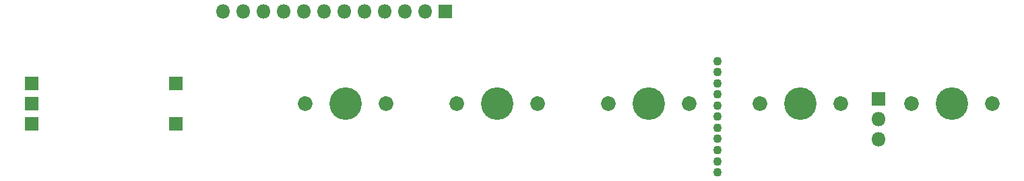
<source format=gbr>
%TF.GenerationSoftware,KiCad,Pcbnew,(5.1.5)-3*%
%TF.CreationDate,2021-10-28T23:15:06-05:00*%
%TF.ProjectId,Pikatea Macropad FK1,50696b61-7465-4612-904d-6163726f7061,rev?*%
%TF.SameCoordinates,Original*%
%TF.FileFunction,Soldermask,Bot*%
%TF.FilePolarity,Negative*%
%FSLAX46Y46*%
G04 Gerber Fmt 4.6, Leading zero omitted, Abs format (unit mm)*
G04 Created by KiCad (PCBNEW (5.1.5)-3) date 2021-10-28 23:15:06*
%MOMM*%
%LPD*%
G04 APERTURE LIST*
%ADD10O,1.800000X1.800000*%
%ADD11R,1.800000X1.800000*%
%ADD12C,1.100000*%
%ADD13C,1.850000*%
%ADD14C,4.087800*%
G04 APERTURE END LIST*
D10*
%TO.C,J1*%
X115443000Y-93345000D03*
X117983000Y-93345000D03*
X120523000Y-93345000D03*
X123063000Y-93345000D03*
X125603000Y-93345000D03*
X128143000Y-93345000D03*
X130683000Y-93345000D03*
X133223000Y-93345000D03*
X135763000Y-93345000D03*
X138303000Y-93345000D03*
X140843000Y-93345000D03*
D11*
X143383000Y-93345000D03*
%TD*%
D12*
%TO.C,J2*%
X177546000Y-99580000D03*
X177546000Y-113580000D03*
X177546000Y-112180000D03*
X177546000Y-110780000D03*
X177546000Y-109380000D03*
X177546000Y-107980000D03*
X177546000Y-100980000D03*
X177546000Y-102380000D03*
X177546000Y-103780000D03*
X177546000Y-105180000D03*
X177546000Y-106580000D03*
%TD*%
D13*
%TO.C,MX5*%
X212130000Y-104920000D03*
X201970000Y-104920000D03*
D14*
X207050000Y-104920000D03*
%TD*%
D13*
%TO.C,MX4*%
X193080000Y-104920000D03*
X182920000Y-104920000D03*
D14*
X188000000Y-104920000D03*
%TD*%
D13*
%TO.C,MX3*%
X174030000Y-104920000D03*
X163870000Y-104920000D03*
D14*
X168950000Y-104920000D03*
%TD*%
D13*
%TO.C,MX2*%
X154980000Y-104920000D03*
X144820000Y-104920000D03*
D14*
X149900000Y-104920000D03*
%TD*%
D13*
%TO.C,MX1*%
X135930000Y-104920000D03*
X125770000Y-104920000D03*
D14*
X130850000Y-104920000D03*
%TD*%
D10*
%TO.C,J4*%
X197760000Y-109390000D03*
X197760000Y-106850000D03*
D11*
X197760000Y-104310000D03*
%TD*%
%TO.C,SW1*%
X109450000Y-102360000D03*
X109450000Y-107440000D03*
X91350000Y-104900000D03*
X91350000Y-102360000D03*
X91350000Y-107440000D03*
%TD*%
M02*

</source>
